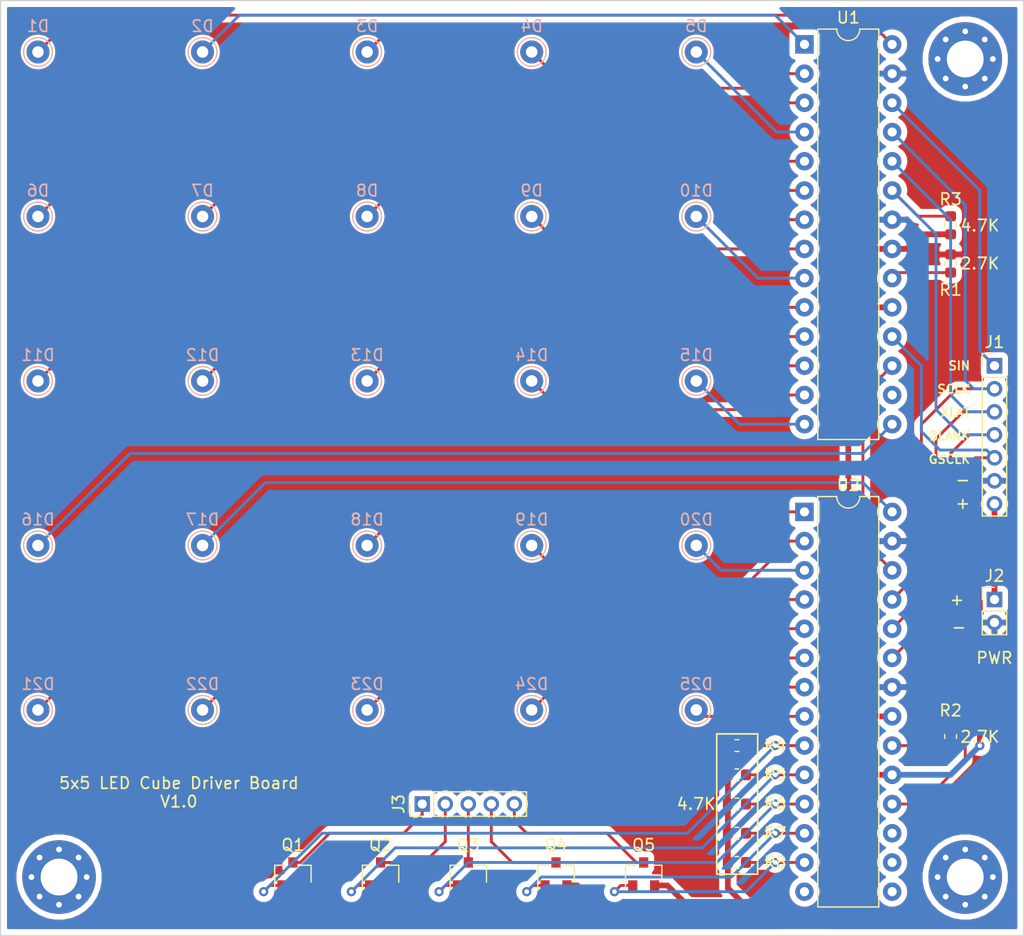
<source format=kicad_pcb>
(kicad_pcb (version 20171130) (host pcbnew "(5.1.4)-1")
  (title_block (title "5x5 LED Cube Driver Board"))
  (layers (0 F.Cu signal) (31 B.Cu signal) (34 B.Paste user) (35 F.Paste user) (36 B.SilkS user) (37 F.SilkS user) (38 B.Mask user) (39 F.Mask user) (44 Edge.Cuts user))
  (net 0 "")
  (net 1 +5V)
  (net 2 GND)
  (net 3 /Layer5)
  (net 4 /Layer4)
  (net 5 /Layer3)
  (net 6 /Layer2)
  (net 7 /Layer1)
  (net 8 /Layer1Gate)
  (net 9 /Layer2Gate)
  (net 10 /Layer3Gate)
  (net 11 /Layer4Gate)
  (net 12 /Layer5Gate)
  (net 13 /LED1)
  (net 14 /LED15)
  (net 15 /LED14)
  (net 16 /LED13)
  (net 17 /LED12)
  (net 18 /LED11)
  (net 19 /LED10)
  (net 20 /LED9)
  (net 21 /LED8)
  (net 22 /LED7)
  (net 23 /LED6)
  (net 24 /LED5)
  (net 25 /LED4)
  (net 26 /LED3)
  (net 27 /LED16)
  (net 28 /LED2)
  (net 29 /LED17)
  (net 30 /LED25)
  (net 31 /LED24)
  (net 32 /LED23)
  (net 33 /LED22)
  (net 34 /LED21)
  (net 35 /LED20)
  (net 36 /LED19)
  (net 37 /LED18)
  (net 38 /IREF1)
  (net 39 /IREF2)
  (net 40 /SOUT1)
  (net 41 "/ArduinoD13(SCLK)")
  (net 42 "/ArduinoD11(SIN)")
  (net 43 "/ArduinoD10(BLANK)")
  (net 44 "/ArduinoD9(XLAT)")
  (net 45 "/ArduinoD3(GSCLK)")
  (module Connector_PinHeader_2.00mm:PinHeader_1x05_P2.00mm_Vertical (layer F.Cu) (at 130.62 128.27 90)
    (fp_text reference J3 (at 0 -2.06 90) (layer F.SilkS))
    (fp_text value Layers)
    (pad 5 thru_hole oval (at 0 8 90) (size 1.35 1.35) (drill 0.8) (layers *.Cu *.Mask) (net 3 /Layer5))
    (pad 4 thru_hole oval (at 0 6 90) (size 1.35 1.35) (drill 0.8) (layers *.Cu *.Mask) (net 4 /Layer4))
    (pad 3 thru_hole oval (at 0 4 90) (size 1.35 1.35) (drill 0.8) (layers *.Cu *.Mask) (net 5 /Layer3))
    (pad 2 thru_hole oval (at 0 2 90) (size 1.35 1.35) (drill 0.8) (layers *.Cu *.Mask) (net 6 /Layer2))
    (pad 1 thru_hole rect (at 0 0 90) (size 1.35 1.35) (drill 0.8) (layers *.Cu *.Mask) (net 7 /Layer1))
  )
  (module Connector_PinHeader_2.00mm:PinHeader_1x02_P2.00mm_Vertical (layer F.Cu) (at 180.34 110.49)
    (fp_text reference J2 (at 0 -2.06) (layer F.SilkS))
    (fp_text value Power)
    (pad 2 thru_hole oval (at 0 2) (size 1.35 1.35) (drill 0.8) (layers *.Cu *.Mask) (net 2 GND))
    (pad 1 thru_hole rect (at 0 0) (size 1.35 1.35) (drill 0.8) (layers *.Cu *.Mask) (net 1 +5V))
  )
  (module Connector_PinHeader_2.00mm:PinHeader_1x07_P2.00mm_Vertical (layer F.Cu) (at 180.34 90.17)
    (fp_text reference J1 (at 0 -2.06) (layer F.SilkS))
    (fp_text value Arduino)
    (pad 7 thru_hole oval (at 0 12) (size 1.35 1.35) (drill 0.8) (layers *.Cu *.Mask) (net 1 +5V))
    (pad 6 thru_hole oval (at 0 10) (size 1.35 1.35) (drill 0.8) (layers *.Cu *.Mask) (net 2 GND))
    (pad 5 thru_hole oval (at 0 8) (size 1.35 1.35) (drill 0.8) (layers *.Cu *.Mask) (net 45 "/ArduinoD3(GSCLK)"))
    (pad 4 thru_hole oval (at 0 6) (size 1.35 1.35) (drill 0.8) (layers *.Cu *.Mask) (net 43 "/ArduinoD10(BLANK)"))
    (pad 3 thru_hole oval (at 0 4) (size 1.35 1.35) (drill 0.8) (layers *.Cu *.Mask) (net 44 "/ArduinoD9(XLAT)"))
    (pad 2 thru_hole oval (at 0 2) (size 1.35 1.35) (drill 0.8) (layers *.Cu *.Mask) (net 41 "/ArduinoD13(SCLK)"))
    (pad 1 thru_hole rect (at 0 0) (size 1.35 1.35) (drill 0.8) (layers *.Cu *.Mask) (net 42 "/ArduinoD11(SIN)"))
  )
  (module Resistor_SMD:R_0603_1608Metric (layer F.Cu) (at 157.9625 123.19)
    (fp_text reference R4 (at 3.3275 0) (layer F.SilkS))
    (fp_text value 4.7K)
    (pad 2 smd roundrect (at 0.7875 0) (size 0.875 0.95) (layers F.Cu F.Paste F.Mask) (net 8 /Layer1Gate))
    (pad 1 smd roundrect (at -0.7875 0) (size 0.875 0.95) (layers F.Cu F.Paste F.Mask) (net 1 +5V))
  )
  (module Resistor_SMD:R_0603_1608Metric (layer F.Cu) (at 157.9625 125.73)
    (fp_text reference R5 (at 3.3275 0) (layer F.SilkS))
    (fp_text value 4.7K)
    (pad 2 smd roundrect (at 0.7875 0) (size 0.875 0.95) (layers F.Cu F.Paste F.Mask) (net 9 /Layer2Gate))
    (pad 1 smd roundrect (at -0.7875 0) (size 0.875 0.95) (layers F.Cu F.Paste F.Mask) (net 1 +5V))
  )
  (module Resistor_SMD:R_0603_1608Metric (layer F.Cu) (at 157.9625 128.27)
    (fp_text reference R6 (at 3.3275 0) (layer F.SilkS))
    (fp_text value 4.7K)
    (pad 2 smd roundrect (at 0.7875 0) (size 0.875 0.95) (layers F.Cu F.Paste F.Mask) (net 10 /Layer3Gate))
    (pad 1 smd roundrect (at -0.7875 0) (size 0.875 0.95) (layers F.Cu F.Paste F.Mask) (net 1 +5V))
  )
  (module Resistor_SMD:R_0603_1608Metric (layer F.Cu) (at 157.9625 130.81)
    (fp_text reference R7 (at 3.3275 0) (layer F.SilkS))
    (fp_text value 4.7K)
    (pad 2 smd roundrect (at 0.7875 0) (size 0.875 0.95) (layers F.Cu F.Paste F.Mask) (net 11 /Layer4Gate))
    (pad 1 smd roundrect (at -0.7875 0) (size 0.875 0.95) (layers F.Cu F.Paste F.Mask) (net 1 +5V))
  )
  (module Resistor_SMD:R_0603_1608Metric (layer F.Cu) (at 157.9625 133.35)
    (fp_text reference R8 (at 3.3275 0) (layer F.SilkS))
    (fp_text value 4.7K)
    (pad 2 smd roundrect (at 0.7875 0) (size 0.875 0.95) (layers F.Cu F.Paste F.Mask) (net 12 /Layer5Gate))
    (pad 1 smd roundrect (at -0.7875 0) (size 0.875 0.95) (layers F.Cu F.Paste F.Mask) (net 1 +5V))
  )
  (module MountingHole:MountingHole_3.2mm_M3_Pad_Via (layer F.Cu) (at 177.8 134.62)
    (fp_text reference REF** hide)
    (fp_text value MountingHole_3.2mm_M3_Pad_Via)
    (pad 1 thru_hole circle (at 1.697056 -1.697056) (size 0.8 0.8) (drill 0.5) (layers *.Cu *.Mask))
    (pad 1 thru_hole circle (at 0 -2.4) (size 0.8 0.8) (drill 0.5) (layers *.Cu *.Mask))
    (pad 1 thru_hole circle (at -1.697056 -1.697056) (size 0.8 0.8) (drill 0.5) (layers *.Cu *.Mask))
    (pad 1 thru_hole circle (at -2.4 0) (size 0.8 0.8) (drill 0.5) (layers *.Cu *.Mask))
    (pad 1 thru_hole circle (at -1.697056 1.697056) (size 0.8 0.8) (drill 0.5) (layers *.Cu *.Mask))
    (pad 1 thru_hole circle (at 0 2.4) (size 0.8 0.8) (drill 0.5) (layers *.Cu *.Mask))
    (pad 1 thru_hole circle (at 1.697056 1.697056) (size 0.8 0.8) (drill 0.5) (layers *.Cu *.Mask))
    (pad 1 thru_hole circle (at 2.4 0) (size 0.8 0.8) (drill 0.5) (layers *.Cu *.Mask))
    (pad 1 thru_hole circle (at 0 0) (size 6.4 6.4) (drill 3.2) (layers *.Cu *.Mask))
  )
  (module MountingHole:MountingHole_3.2mm_M3_Pad_Via (layer F.Cu) (at 99.06 134.62)
    (fp_text reference REF** hide)
    (fp_text value MountingHole_3.2mm_M3_Pad_Via)
    (pad 1 thru_hole circle (at 1.697056 -1.697056) (size 0.8 0.8) (drill 0.5) (layers *.Cu *.Mask))
    (pad 1 thru_hole circle (at 0 -2.4) (size 0.8 0.8) (drill 0.5) (layers *.Cu *.Mask))
    (pad 1 thru_hole circle (at -1.697056 -1.697056) (size 0.8 0.8) (drill 0.5) (layers *.Cu *.Mask))
    (pad 1 thru_hole circle (at -2.4 0) (size 0.8 0.8) (drill 0.5) (layers *.Cu *.Mask))
    (pad 1 thru_hole circle (at -1.697056 1.697056) (size 0.8 0.8) (drill 0.5) (layers *.Cu *.Mask))
    (pad 1 thru_hole circle (at 0 2.4) (size 0.8 0.8) (drill 0.5) (layers *.Cu *.Mask))
    (pad 1 thru_hole circle (at 1.697056 1.697056) (size 0.8 0.8) (drill 0.5) (layers *.Cu *.Mask))
    (pad 1 thru_hole circle (at 2.4 0) (size 0.8 0.8) (drill 0.5) (layers *.Cu *.Mask))
    (pad 1 thru_hole circle (at 0 0) (size 6.4 6.4) (drill 3.2) (layers *.Cu *.Mask))
  )
  (module MountingHole:MountingHole_3.2mm_M3_Pad_Via (layer F.Cu) (at 177.8 63.5)
    (fp_text reference REF** hide)
    (fp_text value MountingHole_3.2mm_M3_Pad_Via)
    (pad 1 thru_hole circle (at 1.697056 -1.697056) (size 0.8 0.8) (drill 0.5) (layers *.Cu *.Mask))
    (pad 1 thru_hole circle (at 0 -2.4) (size 0.8 0.8) (drill 0.5) (layers *.Cu *.Mask))
    (pad 1 thru_hole circle (at -1.697056 -1.697056) (size 0.8 0.8) (drill 0.5) (layers *.Cu *.Mask))
    (pad 1 thru_hole circle (at -2.4 0) (size 0.8 0.8) (drill 0.5) (layers *.Cu *.Mask))
    (pad 1 thru_hole circle (at -1.697056 1.697056) (size 0.8 0.8) (drill 0.5) (layers *.Cu *.Mask))
    (pad 1 thru_hole circle (at 0 2.4) (size 0.8 0.8) (drill 0.5) (layers *.Cu *.Mask))
    (pad 1 thru_hole circle (at 1.697056 1.697056) (size 0.8 0.8) (drill 0.5) (layers *.Cu *.Mask))
    (pad 1 thru_hole circle (at 2.4 0) (size 0.8 0.8) (drill 0.5) (layers *.Cu *.Mask))
    (pad 1 thru_hole circle (at 0 0) (size 6.4 6.4) (drill 3.2) (layers *.Cu *.Mask))
  )
  (module Package_DIP:DIP-28_W7.62mm (layer F.Cu) (at 163.83 102.87)
    (fp_text reference U2 (at 3.81 -2.33) (layer F.SilkS))
    (fp_text value TLC5940NT)
    (pad 1 thru_hole rect (at 0 0) (size 1.6 1.6) (drill 0.8) (layers *.Cu *.Mask) (net 37 /LED18))
    (pad 15 thru_hole oval (at 7.62 33.02) (size 1.6 1.6) (drill 0.8) (layers *.Cu *.Mask))
    (pad 2 thru_hole oval (at 0 2.54) (size 1.6 1.6) (drill 0.8) (layers *.Cu *.Mask) (net 36 /LED19))
    (pad 16 thru_hole oval (at 7.62 30.48) (size 1.6 1.6) (drill 0.8) (layers *.Cu *.Mask))
    (pad 3 thru_hole oval (at 0 5.08) (size 1.6 1.6) (drill 0.8) (layers *.Cu *.Mask) (net 35 /LED20))
    (pad 17 thru_hole oval (at 7.62 27.94) (size 1.6 1.6) (drill 0.8) (layers *.Cu *.Mask))
    (pad 4 thru_hole oval (at 0 7.62) (size 1.6 1.6) (drill 0.8) (layers *.Cu *.Mask) (net 34 /LED21))
    (pad 18 thru_hole oval (at 7.62 25.4) (size 1.6 1.6) (drill 0.8) (layers *.Cu *.Mask) (net 45 "/ArduinoD3(GSCLK)"))
    (pad 5 thru_hole oval (at 0 10.16) (size 1.6 1.6) (drill 0.8) (layers *.Cu *.Mask) (net 33 /LED22))
    (pad 19 thru_hole oval (at 7.62 22.86) (size 1.6 1.6) (drill 0.8) (layers *.Cu *.Mask) (net 1 +5V))
    (pad 6 thru_hole oval (at 0 12.7) (size 1.6 1.6) (drill 0.8) (layers *.Cu *.Mask) (net 32 /LED23))
    (pad 20 thru_hole oval (at 7.62 20.32) (size 1.6 1.6) (drill 0.8) (layers *.Cu *.Mask) (net 39 /IREF2))
    (pad 7 thru_hole oval (at 0 15.24) (size 1.6 1.6) (drill 0.8) (layers *.Cu *.Mask) (net 31 /LED24))
    (pad 21 thru_hole oval (at 7.62 17.78) (size 1.6 1.6) (drill 0.8) (layers *.Cu *.Mask) (net 1 +5V))
    (pad 8 thru_hole oval (at 0 17.78) (size 1.6 1.6) (drill 0.8) (layers *.Cu *.Mask) (net 30 /LED25))
    (pad 22 thru_hole oval (at 7.62 15.24) (size 1.6 1.6) (drill 0.8) (layers *.Cu *.Mask) (net 2 GND))
    (pad 9 thru_hole oval (at 0 20.32) (size 1.6 1.6) (drill 0.8) (layers *.Cu *.Mask) (net 8 /Layer1Gate))
    (pad 23 thru_hole oval (at 7.62 12.7) (size 1.6 1.6) (drill 0.8) (layers *.Cu *.Mask) (net 43 "/ArduinoD10(BLANK)"))
    (pad 10 thru_hole oval (at 0 22.86) (size 1.6 1.6) (drill 0.8) (layers *.Cu *.Mask) (net 9 /Layer2Gate))
    (pad 24 thru_hole oval (at 7.62 10.16) (size 1.6 1.6) (drill 0.8) (layers *.Cu *.Mask) (net 44 "/ArduinoD9(XLAT)"))
    (pad 11 thru_hole oval (at 0 25.4) (size 1.6 1.6) (drill 0.8) (layers *.Cu *.Mask) (net 10 /Layer3Gate))
    (pad 25 thru_hole oval (at 7.62 7.62) (size 1.6 1.6) (drill 0.8) (layers *.Cu *.Mask) (net 41 "/ArduinoD13(SCLK)"))
    (pad 12 thru_hole oval (at 0 27.94) (size 1.6 1.6) (drill 0.8) (layers *.Cu *.Mask) (net 11 /Layer4Gate))
    (pad 26 thru_hole oval (at 7.62 5.08) (size 1.6 1.6) (drill 0.8) (layers *.Cu *.Mask) (net 40 /SOUT1))
    (pad 13 thru_hole oval (at 0 30.48) (size 1.6 1.6) (drill 0.8) (layers *.Cu *.Mask) (net 12 /Layer5Gate))
    (pad 27 thru_hole oval (at 7.62 2.54) (size 1.6 1.6) (drill 0.8) (layers *.Cu *.Mask) (net 2 GND))
    (pad 14 thru_hole oval (at 0 33.02) (size 1.6 1.6) (drill 0.8) (layers *.Cu *.Mask))
    (pad 28 thru_hole oval (at 7.62 0) (size 1.6 1.6) (drill 0.8) (layers *.Cu *.Mask) (net 29 /LED17))
  )
  (module Package_DIP:DIP-28_W7.62mm (layer F.Cu) (at 163.83 62.23)
    (fp_text reference U1 (at 3.81 -2.33) (layer F.SilkS))
    (fp_text value TLC5940NT)
    (pad 1 thru_hole rect (at 0 0) (size 1.6 1.6) (drill 0.8) (layers *.Cu *.Mask) (net 28 /LED2))
    (pad 15 thru_hole oval (at 7.62 33.02) (size 1.6 1.6) (drill 0.8) (layers *.Cu *.Mask) (net 27 /LED16))
    (pad 2 thru_hole oval (at 0 2.54) (size 1.6 1.6) (drill 0.8) (layers *.Cu *.Mask) (net 26 /LED3))
    (pad 16 thru_hole oval (at 7.62 30.48) (size 1.6 1.6) (drill 0.8) (layers *.Cu *.Mask))
    (pad 3 thru_hole oval (at 0 5.08) (size 1.6 1.6) (drill 0.8) (layers *.Cu *.Mask) (net 25 /LED4))
    (pad 17 thru_hole oval (at 7.62 27.94) (size 1.6 1.6) (drill 0.8) (layers *.Cu *.Mask) (net 40 /SOUT1))
    (pad 4 thru_hole oval (at 0 7.62) (size 1.6 1.6) (drill 0.8) (layers *.Cu *.Mask) (net 24 /LED5))
    (pad 18 thru_hole oval (at 7.62 25.4) (size 1.6 1.6) (drill 0.8) (layers *.Cu *.Mask) (net 45 "/ArduinoD3(GSCLK)"))
    (pad 5 thru_hole oval (at 0 10.16) (size 1.6 1.6) (drill 0.8) (layers *.Cu *.Mask) (net 23 /LED6))
    (pad 19 thru_hole oval (at 7.62 22.86) (size 1.6 1.6) (drill 0.8) (layers *.Cu *.Mask) (net 1 +5V))
    (pad 6 thru_hole oval (at 0 12.7) (size 1.6 1.6) (drill 0.8) (layers *.Cu *.Mask) (net 22 /LED7))
    (pad 20 thru_hole oval (at 7.62 20.32) (size 1.6 1.6) (drill 0.8) (layers *.Cu *.Mask) (net 38 /IREF1))
    (pad 7 thru_hole oval (at 0 15.24) (size 1.6 1.6) (drill 0.8) (layers *.Cu *.Mask) (net 21 /LED8))
    (pad 21 thru_hole oval (at 7.62 17.78) (size 1.6 1.6) (drill 0.8) (layers *.Cu *.Mask) (net 1 +5V))
    (pad 8 thru_hole oval (at 0 17.78) (size 1.6 1.6) (drill 0.8) (layers *.Cu *.Mask) (net 20 /LED9))
    (pad 22 thru_hole oval (at 7.62 15.24) (size 1.6 1.6) (drill 0.8) (layers *.Cu *.Mask) (net 2 GND))
    (pad 9 thru_hole oval (at 0 20.32) (size 1.6 1.6) (drill 0.8) (layers *.Cu *.Mask) (net 19 /LED10))
    (pad 23 thru_hole oval (at 7.62 12.7) (size 1.6 1.6) (drill 0.8) (layers *.Cu *.Mask) (net 43 "/ArduinoD10(BLANK)"))
    (pad 10 thru_hole oval (at 0 22.86) (size 1.6 1.6) (drill 0.8) (layers *.Cu *.Mask) (net 18 /LED11))
    (pad 24 thru_hole oval (at 7.62 10.16) (size 1.6 1.6) (drill 0.8) (layers *.Cu *.Mask) (net 44 "/ArduinoD9(XLAT)"))
    (pad 11 thru_hole oval (at 0 25.4) (size 1.6 1.6) (drill 0.8) (layers *.Cu *.Mask) (net 17 /LED12))
    (pad 25 thru_hole oval (at 7.62 7.62) (size 1.6 1.6) (drill 0.8) (layers *.Cu *.Mask) (net 41 "/ArduinoD13(SCLK)"))
    (pad 12 thru_hole oval (at 0 27.94) (size 1.6 1.6) (drill 0.8) (layers *.Cu *.Mask) (net 16 /LED13))
    (pad 26 thru_hole oval (at 7.62 5.08) (size 1.6 1.6) (drill 0.8) (layers *.Cu *.Mask) (net 42 "/ArduinoD11(SIN)"))
    (pad 13 thru_hole oval (at 0 30.48) (size 1.6 1.6) (drill 0.8) (layers *.Cu *.Mask) (net 15 /LED14))
    (pad 27 thru_hole oval (at 7.62 2.54) (size 1.6 1.6) (drill 0.8) (layers *.Cu *.Mask) (net 2 GND))
    (pad 14 thru_hole oval (at 0 33.02) (size 1.6 1.6) (drill 0.8) (layers *.Cu *.Mask) (net 14 /LED15))
    (pad 28 thru_hole oval (at 7.62 0) (size 1.6 1.6) (drill 0.8) (layers *.Cu *.Mask) (net 13 /LED1))
  )
  (module Connector_Pin:Pin_D1.0mm_L10.0mm (layer B.Cu) (at 140.13 120.09)
    (fp_text reference D24 (at 0 -2.25) (layer B.SilkS) (effects (justify mirror)))
    (fp_text value LED)
    (pad 1 thru_hole circle (at 0 0) (size 2 2) (drill 1) (layers *.Cu *.Mask) (net 31 /LED24))
  )
  (module Connector_Pin:Pin_D1.0mm_L10.0mm (layer B.Cu) (at 97.23 120.09)
    (fp_text reference D21 (at 0 -2.25) (layer B.SilkS) (effects (justify mirror)))
    (fp_text value LED)
    (pad 1 thru_hole circle (at 0 0) (size 2 2) (drill 1) (layers *.Cu *.Mask) (net 34 /LED21))
  )
  (module Connector_Pin:Pin_D1.0mm_L10.0mm (layer B.Cu) (at 154.43 120.09)
    (fp_text reference D25 (at 0 -2.25) (layer B.SilkS) (effects (justify mirror)))
    (fp_text value LED)
    (pad 1 thru_hole circle (at 0 0) (size 2 2) (drill 1) (layers *.Cu *.Mask) (net 30 /LED25))
  )
  (module Connector_Pin:Pin_D1.0mm_L10.0mm (layer B.Cu) (at 111.53 120.09)
    (fp_text reference D22 (at 0 -2.25) (layer B.SilkS) (effects (justify mirror)))
    (fp_text value LED)
    (pad 1 thru_hole circle (at 0 0) (size 2 2) (drill 1) (layers *.Cu *.Mask) (net 33 /LED22))
  )
  (module Connector_Pin:Pin_D1.0mm_L10.0mm (layer B.Cu) (at 125.83 120.09)
    (fp_text reference D23 (at 0 -2.25) (layer B.SilkS) (effects (justify mirror)))
    (fp_text value LED)
    (pad 1 thru_hole circle (at 0 0) (size 2 2) (drill 1) (layers *.Cu *.Mask) (net 32 /LED23))
  )
  (module Connector_Pin:Pin_D1.0mm_L10.0mm (layer B.Cu) (at 140.13 62.89)
    (fp_text reference D4 (at 0 -2.25) (layer B.SilkS) (effects (justify mirror)))
    (fp_text value LED)
    (pad 1 thru_hole circle (at 0 0) (size 2 2) (drill 1) (layers *.Cu *.Mask) (net 25 /LED4))
  )
  (module Connector_Pin:Pin_D1.0mm_L10.0mm (layer B.Cu) (at 97.23 105.79)
    (fp_text reference D16 (at 0 -2.25) (layer B.SilkS) (effects (justify mirror)))
    (fp_text value LED)
    (pad 1 thru_hole circle (at 0 0) (size 2 2) (drill 1) (layers *.Cu *.Mask) (net 27 /LED16))
  )
  (module Connector_Pin:Pin_D1.0mm_L10.0mm (layer B.Cu) (at 154.43 77.19)
    (fp_text reference D10 (at 0 -2.25) (layer B.SilkS) (effects (justify mirror)))
    (fp_text value LED)
    (pad 1 thru_hole circle (at 0 0) (size 2 2) (drill 1) (layers *.Cu *.Mask) (net 19 /LED10))
  )
  (module Connector_Pin:Pin_D1.0mm_L10.0mm (layer B.Cu) (at 125.83 62.89)
    (fp_text reference D3 (at 0 -2.25) (layer B.SilkS) (effects (justify mirror)))
    (fp_text value LED)
    (pad 1 thru_hole circle (at 0 0) (size 2 2) (drill 1) (layers *.Cu *.Mask) (net 26 /LED3))
  )
  (module Connector_Pin:Pin_D1.0mm_L10.0mm (layer B.Cu) (at 111.53 77.19)
    (fp_text reference D7 (at 0 -2.25) (layer B.SilkS) (effects (justify mirror)))
    (fp_text value LED)
    (pad 1 thru_hole circle (at 0 0) (size 2 2) (drill 1) (layers *.Cu *.Mask) (net 22 /LED7))
  )
  (module Connector_Pin:Pin_D1.0mm_L10.0mm (layer B.Cu) (at 125.83 105.79)
    (fp_text reference D18 (at 0 -2.25) (layer B.SilkS) (effects (justify mirror)))
    (fp_text value LED)
    (pad 1 thru_hole circle (at 0 0) (size 2 2) (drill 1) (layers *.Cu *.Mask) (net 37 /LED18))
  )
  (module Connector_Pin:Pin_D1.0mm_L10.0mm (layer B.Cu) (at 125.83 77.19)
    (fp_text reference D8 (at 0 -2.25) (layer B.SilkS) (effects (justify mirror)))
    (fp_text value LED)
    (pad 1 thru_hole circle (at 0 0) (size 2 2) (drill 1) (layers *.Cu *.Mask) (net 21 /LED8))
  )
  (module Connector_Pin:Pin_D1.0mm_L10.0mm (layer B.Cu) (at 111.53 105.79)
    (fp_text reference D17 (at 0 -2.25) (layer B.SilkS) (effects (justify mirror)))
    (fp_text value LED)
    (pad 1 thru_hole circle (at 0 0) (size 2 2) (drill 1) (layers *.Cu *.Mask) (net 29 /LED17))
  )
  (module Connector_Pin:Pin_D1.0mm_L10.0mm (layer B.Cu) (at 97.23 77.19)
    (fp_text reference D6 (at 0 -2.25) (layer B.SilkS) (effects (justify mirror)))
    (fp_text value LED)
    (pad 1 thru_hole circle (at 0 0) (size 2 2) (drill 1) (layers *.Cu *.Mask) (net 23 /LED6))
  )
  (module Connector_Pin:Pin_D1.0mm_L10.0mm (layer B.Cu) (at 154.43 105.79)
    (fp_text reference D20 (at 0 -2.25) (layer B.SilkS) (effects (justify mirror)))
    (fp_text value LED)
    (pad 1 thru_hole circle (at 0 0) (size 2 2) (drill 1) (layers *.Cu *.Mask) (net 35 /LED20))
  )
  (module Connector_Pin:Pin_D1.0mm_L10.0mm (layer B.Cu) (at 140.13 105.79)
    (fp_text reference D19 (at 0 -2.25) (layer B.SilkS) (effects (justify mirror)))
    (fp_text value LED)
    (pad 1 thru_hole circle (at 0 0) (size 2 2) (drill 1) (layers *.Cu *.Mask) (net 36 /LED19))
  )
  (module Connector_Pin:Pin_D1.0mm_L10.0mm (layer B.Cu) (at 140.13 91.49)
    (fp_text reference D14 (at 0 -2.25) (layer B.SilkS) (effects (justify mirror)))
    (fp_text value LED)
    (pad 1 thru_hole circle (at 0 0) (size 2 2) (drill 1) (layers *.Cu *.Mask) (net 15 /LED14))
  )
  (module Connector_Pin:Pin_D1.0mm_L10.0mm (layer B.Cu) (at 125.83 91.49)
    (fp_text reference D13 (at 0 -2.25) (layer B.SilkS) (effects (justify mirror)))
    (fp_text value LED)
    (pad 1 thru_hole circle (at 0 0) (size 2 2) (drill 1) (layers *.Cu *.Mask) (net 16 /LED13))
  )
  (module Connector_Pin:Pin_D1.0mm_L10.0mm (layer B.Cu) (at 111.53 91.49)
    (fp_text reference D12 (at 0 -2.25) (layer B.SilkS) (effects (justify mirror)))
    (fp_text value LED)
    (pad 1 thru_hole circle (at 0 0) (size 2 2) (drill 1) (layers *.Cu *.Mask) (net 17 /LED12))
  )
  (module Connector_Pin:Pin_D1.0mm_L10.0mm (layer B.Cu) (at 97.23 91.49)
    (fp_text reference D11 (at 0 -2.25) (layer B.SilkS) (effects (justify mirror)))
    (fp_text value LED)
    (pad 1 thru_hole circle (at 0 0) (size 2 2) (drill 1) (layers *.Cu *.Mask) (net 18 /LED11))
  )
  (module Connector_Pin:Pin_D1.0mm_L10.0mm (layer B.Cu) (at 140.13 77.19)
    (fp_text reference D9 (at 0 -2.25) (layer B.SilkS) (effects (justify mirror)))
    (fp_text value LED)
    (pad 1 thru_hole circle (at 0 0) (size 2 2) (drill 1) (layers *.Cu *.Mask) (net 20 /LED9))
  )
  (module Connector_Pin:Pin_D1.0mm_L10.0mm (layer B.Cu) (at 154.43 91.49)
    (fp_text reference D15 (at 0 -2.25) (layer B.SilkS) (effects (justify mirror)))
    (fp_text value LED)
    (pad 1 thru_hole circle (at 0 0) (size 2 2) (drill 1) (layers *.Cu *.Mask) (net 14 /LED15))
  )
  (module Connector_Pin:Pin_D1.0mm_L10.0mm (layer B.Cu) (at 154.43 62.89)
    (fp_text reference D5 (at 0 -2.25) (layer B.SilkS) (effects (justify mirror)))
    (fp_text value LED)
    (pad 1 thru_hole circle (at 0 0) (size 2 2) (drill 1) (layers *.Cu *.Mask) (net 24 /LED5))
  )
  (module Connector_Pin:Pin_D1.0mm_L10.0mm (layer B.Cu) (at 111.53 62.89)
    (fp_text reference D2 (at 0 -2.25) (layer B.SilkS) (effects (justify mirror)))
    (fp_text value LED)
    (pad 1 thru_hole circle (at 0 0) (size 2 2) (drill 1) (layers *.Cu *.Mask) (net 28 /LED2))
  )
  (module Connector_Pin:Pin_D1.0mm_L10.0mm (layer B.Cu) (at 97.23 62.89)
    (fp_text reference D1 (at 0 -2.25) (layer B.SilkS) (effects (justify mirror)))
    (fp_text value LED)
    (pad 1 thru_hole circle (at 0 0) (size 2 2) (drill 1) (layers *.Cu *.Mask) (net 13 /LED1))
  )
  (module Resistor_SMD:R_0603_1608Metric (layer F.Cu) (at 176.53 122.4025 90)
    (fp_text reference R2 (at 2.2605 0 180) (layer F.SilkS))
    (fp_text value 2.7K)
    (pad 2 smd roundrect (at 0.7875 0 90) (size 0.875 0.95) (layers F.Cu F.Paste F.Mask) (net 2 GND))
    (pad 1 smd roundrect (at -0.7875 0 90) (size 0.875 0.95) (layers F.Cu F.Paste F.Mask) (net 39 /IREF2))
  )
  (module Resistor_SMD:R_0603_1608Metric (layer F.Cu) (at 176.53 77.9525 270)
    (fp_text reference R3 (at -2.2605 0 180) (layer F.SilkS))
    (fp_text value 4.7K)
    (pad 2 smd roundrect (at 0.7875 0 270) (size 0.875 0.95) (layers F.Cu F.Paste F.Mask) (net 1 +5V))
    (pad 1 smd roundrect (at -0.7875 0 270) (size 0.875 0.95) (layers F.Cu F.Paste F.Mask) (net 43 "/ArduinoD10(BLANK)"))
  )
  (module Resistor_SMD:R_0603_1608Metric (layer F.Cu) (at 176.53 81.28 90)
    (fp_text reference R1 (at -2.286 0 180) (layer F.SilkS))
    (fp_text value 2.7K)
    (pad 2 smd roundrect (at 0.7875 0 90) (size 0.875 0.95) (layers F.Cu F.Paste F.Mask) (net 2 GND))
    (pad 1 smd roundrect (at -0.7875 0 90) (size 0.875 0.95) (layers F.Cu F.Paste F.Mask) (net 38 /IREF1))
  )
  (module Package_TO_SOT_SMD:SOT-23 (layer F.Cu) (at 149.86 134.35 90)
    (fp_text reference Q5 (at 2.524 0 180) (layer F.SilkS))
    (fp_text value DMG2305UX)
    (pad 3 smd rect (at 1 0 90) (size 0.9 0.8) (layers F.Cu F.Paste F.Mask) (net 3 /Layer5))
    (pad 2 smd rect (at -1 0.95 90) (size 0.9 0.8) (layers F.Cu F.Paste F.Mask) (net 1 +5V))
    (pad 1 smd rect (at -1 -0.95 90) (size 0.9 0.8) (layers F.Cu F.Paste F.Mask) (net 12 /Layer5Gate))
  )
  (module Package_TO_SOT_SMD:SOT-23 (layer F.Cu) (at 142.24 134.35 90)
    (fp_text reference Q4 (at 2.524 0 180) (layer F.SilkS))
    (fp_text value DMG2305UX)
    (pad 3 smd rect (at 1 0 90) (size 0.9 0.8) (layers F.Cu F.Paste F.Mask) (net 4 /Layer4))
    (pad 2 smd rect (at -1 0.95 90) (size 0.9 0.8) (layers F.Cu F.Paste F.Mask) (net 1 +5V))
    (pad 1 smd rect (at -1 -0.95 90) (size 0.9 0.8) (layers F.Cu F.Paste F.Mask) (net 11 /Layer4Gate))
  )
  (module Package_TO_SOT_SMD:SOT-23 (layer F.Cu) (at 134.62 134.35 90)
    (fp_text reference Q3 (at 2.524 0 180) (layer F.SilkS))
    (fp_text value DMG2305UX)
    (pad 3 smd rect (at 1 0 90) (size 0.9 0.8) (layers F.Cu F.Paste F.Mask) (net 5 /Layer3))
    (pad 2 smd rect (at -1 0.95 90) (size 0.9 0.8) (layers F.Cu F.Paste F.Mask) (net 1 +5V))
    (pad 1 smd rect (at -1 -0.95 90) (size 0.9 0.8) (layers F.Cu F.Paste F.Mask) (net 10 /Layer3Gate))
  )
  (module Package_TO_SOT_SMD:SOT-23 (layer F.Cu) (at 127 134.35 90)
    (fp_text reference Q2 (at 2.524 0 180) (layer F.SilkS))
    (fp_text value DMG2305UX)
    (pad 3 smd rect (at 1 0 90) (size 0.9 0.8) (layers F.Cu F.Paste F.Mask) (net 6 /Layer2))
    (pad 2 smd rect (at -1 0.95 90) (size 0.9 0.8) (layers F.Cu F.Paste F.Mask) (net 1 +5V))
    (pad 1 smd rect (at -1 -0.95 90) (size 0.9 0.8) (layers F.Cu F.Paste F.Mask) (net 9 /Layer2Gate))
  )
  (module Package_TO_SOT_SMD:SOT-23 (layer F.Cu) (at 119.38 134.35 90)
    (fp_text reference Q1 (at 2.524 0 180) (layer F.SilkS))
    (fp_text value DMG2305UX)
    (pad 3 smd rect (at 1 0 90) (size 0.9 0.8) (layers F.Cu F.Paste F.Mask) (net 7 /Layer1))
    (pad 2 smd rect (at -1 0.95 90) (size 0.9 0.8) (layers F.Cu F.Paste F.Mask) (net 1 +5V))
    (pad 1 smd rect (at -1 -0.95 90) (size 0.9 0.8) (layers F.Cu F.Paste F.Mask) (net 8 /Layer1Gate))
  )
  (gr_line (start 159.766 122.174) (end 156.21 122.174) (layer F.SilkS) (width 0.15))
  (gr_line (start 159.766 134.366) (end 159.766 122.174) (layer F.SilkS) (width 0.15))
  (gr_line (start 156.21 134.366) (end 159.766 134.366) (layer F.SilkS) (width 0.15))
  (gr_line (start 156.21 122.174) (end 156.21 134.366) (layer F.SilkS) (width 0.15))
  (gr_text 4.7K (at 179.07 77.978) (layer F.SilkS) (effects (font (size 1 1))))
  (gr_text 2.7K (at 179.07 81.28) (layer F.SilkS) (effects (font (size 1 1))))
  (gr_text 2.7K (at 179.07 122.428) (layer F.SilkS) (effects (font (size 1 1))))
  (gr_text 4.7K (at 156.21 128.27) (layer F.SilkS) (effects (font (size 1 1)) (justify right)))
  (gr_text "5x5 LED Cube Driver Board\nV1.0" (at 109.474 127.254) (layer F.SilkS) (effects (font (size 1 1))))
  (gr_text + (at 178.308 102.108) (layer F.SilkS) (effects (font (size 1 1)) (justify right)))
  (gr_text - (at 178.308 100.076) (layer F.SilkS) (effects (font (size 1 1)) (justify right)))
  (gr_text GSCLK (at 178.308 98.298) (layer F.SilkS) (effects (font (size 0.75 0.75)) (justify right)))
  (gr_text BLANK (at 178.308 96.266) (layer F.SilkS) (effects (font (size 0.75 0.75)) (justify right)))
  (gr_text XLAT (at 178.308 94.234) (layer F.SilkS) (effects (font (size 0.75 0.75)) (justify right)))
  (gr_text SCLK (at 178.308 92.202) (layer F.SilkS) (effects (font (size 0.75 0.75)) (justify right)))
  (gr_text SIN (at 178.308 90.17) (layer F.SilkS) (effects (font (size 0.75 0.75)) (justify right)))
  (gr_text PWR (at 180.34 115.57) (layer F.SilkS) (effects (font (size 1 1))))
  (gr_text - (at 176.53 113.03 180) (layer F.SilkS) (effects (font (size 1 1)) (justify right)))
  (gr_text + (at 177.8 110.49) (layer F.SilkS) (effects (font (size 1 1)) (justify right)))
  (gr_line (start 182.88 58.42) (end 182.88 139.7) (layer Edge.Cuts) (width 0.1))
  (gr_line (start 93.98 58.42) (end 182.88 58.42) (layer Edge.Cuts) (width 0.1))
  (gr_line (start 93.98 139.7) (end 93.98 58.42) (layer Edge.Cuts) (width 0.1))
  (gr_line (start 182.88 139.7) (end 93.98 139.7) (layer Edge.Cuts) (width 0.1))
  (segment (start 171.45 125.73) (end 176.53 125.73) (width 0.5) (layer B.Cu) (net 1))
  (segment (start 176.53 125.73) (end 179.07 123.19) (width 0.5) (layer B.Cu) (net 1))
  (segment (start 179.07 123.19) (end 179.07 123.19) (width 0.5) (layer F.Cu) (net 1))
  (via (at 179.07 123.19) (size 0.8) (drill 0.4) (layers F.Cu B.Cu) (net 1))
  (segment (start 176.53 78.74) (end 173.99 78.74) (width 0.5) (layer F.Cu) (net 1))
  (segment (start 173.99 78.74) (end 172.72 80.01) (width 0.5) (layer F.Cu) (net 1))
  (segment (start 172.72 80.01) (end 171.45 80.01) (width 0.5) (layer F.Cu) (net 1))
  (segment (start 167.64 88.9) (end 167.64 116.84) (width 0.5) (layer F.Cu) (net 1))
  (segment (start 151.92 135.35) (end 150.81 135.35) (width 0.5) (layer F.Cu) (net 1))
  (segment (start 153.7 137.13) (end 151.92 135.35) (width 0.5) (layer F.Cu) (net 1))
  (segment (start 144.09 135.35) (end 143.19 135.35) (width 0.5) (layer F.Cu) (net 1))
  (segment (start 145.87 137.13) (end 144.09 135.35) (width 0.5) (layer F.Cu) (net 1))
  (segment (start 153.7 137.13) (end 145.87 137.13) (width 0.5) (layer F.Cu) (net 1))
  (segment (start 136.47 135.35) (end 135.57 135.35) (width 0.5) (layer F.Cu) (net 1))
  (segment (start 138.25 137.13) (end 136.47 135.35) (width 0.5) (layer F.Cu) (net 1))
  (segment (start 145.87 137.13) (end 138.25 137.13) (width 0.5) (layer F.Cu) (net 1))
  (segment (start 128.85 135.35) (end 127.95 135.35) (width 0.5) (layer F.Cu) (net 1))
  (segment (start 130.63 137.13) (end 128.85 135.35) (width 0.5) (layer F.Cu) (net 1))
  (segment (start 138.25 137.13) (end 130.63 137.13) (width 0.5) (layer F.Cu) (net 1))
  (segment (start 121.23 135.35) (end 120.33 135.35) (width 0.5) (layer F.Cu) (net 1))
  (segment (start 123.01 137.13) (end 121.23 135.35) (width 0.5) (layer F.Cu) (net 1))
  (segment (start 130.63 137.13) (end 123.01 137.13) (width 0.5) (layer F.Cu) (net 1))
  (segment (start 171.45 80.01) (end 170.18 80.01) (width 0.5) (layer F.Cu) (net 1))
  (segment (start 167.64 82.55) (end 167.64 86.36) (width 0.5) (layer F.Cu) (net 1))
  (segment (start 170.18 80.01) (end 167.64 82.55) (width 0.5) (layer F.Cu) (net 1))
  (segment (start 167.64 86.36) (end 167.64 83.82) (width 0.5) (layer F.Cu) (net 1))
  (segment (start 170.18 85.09) (end 167.64 87.63) (width 0.5) (layer F.Cu) (net 1))
  (segment (start 171.45 85.09) (end 170.18 85.09) (width 0.5) (layer F.Cu) (net 1))
  (segment (start 167.64 88.9) (end 167.64 87.63) (width 0.5) (layer F.Cu) (net 1))
  (segment (start 167.64 87.63) (end 167.64 86.36) (width 0.5) (layer F.Cu) (net 1))
  (segment (start 170.18 120.65) (end 167.64 118.11) (width 0.5) (layer F.Cu) (net 1))
  (segment (start 171.45 120.65) (end 170.18 120.65) (width 0.5) (layer F.Cu) (net 1))
  (segment (start 167.64 116.84) (end 167.64 118.11) (width 0.5) (layer F.Cu) (net 1))
  (segment (start 167.64 118.11) (end 167.64 121.92) (width 0.5) (layer F.Cu) (net 1))
  (segment (start 170.18 125.73) (end 167.64 123.19) (width 0.5) (layer F.Cu) (net 1))
  (segment (start 171.45 125.73) (end 170.18 125.73) (width 0.5) (layer F.Cu) (net 1))
  (segment (start 167.64 121.92) (end 167.64 123.19) (width 0.5) (layer F.Cu) (net 1))
  (segment (start 154.94 137.13) (end 153.7 137.13) (width 0.5) (layer F.Cu) (net 1))
  (segment (start 162.56 138.43) (end 161.26 137.13) (width 0.5) (layer F.Cu) (net 1))
  (segment (start 165.1 138.43) (end 162.56 138.43) (width 0.5) (layer F.Cu) (net 1))
  (segment (start 167.64 123.19) (end 167.64 135.89) (width 0.5) (layer F.Cu) (net 1))
  (segment (start 167.64 135.89) (end 165.1 138.43) (width 0.5) (layer F.Cu) (net 1))
  (segment (start 157.175 135.585) (end 158.72 137.13) (width 0.5) (layer F.Cu) (net 1))
  (segment (start 157.175 123.19) (end 157.175 135.585) (width 0.5) (layer F.Cu) (net 1))
  (segment (start 161.26 137.13) (end 158.72 137.13) (width 0.5) (layer F.Cu) (net 1))
  (segment (start 158.72 137.13) (end 154.94 137.13) (width 0.5) (layer F.Cu) (net 1))
  (segment (start 180.34 105.41) (end 180.34 106.68) (width 0.5) (layer F.Cu) (net 1))
  (segment (start 180.34 105.41) (end 180.34 102.17) (width 0.5) (layer F.Cu) (net 1))
  (segment (start 180.34 110.49) (end 180.34 105.41) (width 0.5) (layer F.Cu) (net 1))
  (segment (start 179.07 107.95) (end 179.07 123.19) (width 0.5) (layer F.Cu) (net 1))
  (segment (start 180.34 106.68) (end 179.07 107.95) (width 0.5) (layer F.Cu) (net 1))
  (segment (start 149.21 133.35) (end 146.67 130.81) (width 0.25) (layer F.Cu) (net 3))
  (segment (start 149.86 133.35) (end 149.21 133.35) (width 0.25) (layer F.Cu) (net 3))
  (segment (start 138.62 129.73) (end 139.7 130.81) (width 0.25) (layer F.Cu) (net 3))
  (segment (start 138.62 128.27) (end 138.62 129.73) (width 0.25) (layer F.Cu) (net 3))
  (segment (start 139.7 130.81) (end 146.67 130.81) (width 0.25) (layer F.Cu) (net 3))
  (segment (start 138.43 133.35) (end 142.24 133.35) (width 0.25) (layer F.Cu) (net 4))
  (segment (start 136.62 128.27) (end 136.62 131.54) (width 0.25) (layer F.Cu) (net 4))
  (segment (start 136.62 131.54) (end 138.43 133.35) (width 0.25) (layer F.Cu) (net 4))
  (segment (start 134.62 133.35) (end 134.62 128.27) (width 0.25) (layer F.Cu) (net 5))
  (segment (start 130.81 133.35) (end 127 133.35) (width 0.25) (layer F.Cu) (net 6))
  (segment (start 132.62 128.27) (end 132.62 131.54) (width 0.25) (layer F.Cu) (net 6))
  (segment (start 132.62 131.54) (end 130.81 133.35) (width 0.25) (layer F.Cu) (net 6))
  (segment (start 120.03 133.35) (end 119.38 133.35) (width 0.25) (layer F.Cu) (net 7))
  (segment (start 122.57 130.81) (end 120.03 133.35) (width 0.25) (layer F.Cu) (net 7))
  (segment (start 129.005 130.81) (end 128.27 130.81) (width 0.25) (layer F.Cu) (net 7))
  (segment (start 130.62 129.195) (end 129.005 130.81) (width 0.25) (layer F.Cu) (net 7))
  (segment (start 130.62 128.27) (end 130.62 129.195) (width 0.25) (layer F.Cu) (net 7))
  (segment (start 128.27 130.81) (end 122.57 130.81) (width 0.25) (layer F.Cu) (net 7))
  (segment (start 118.43 135.35) (end 117.38 135.35) (width 0.25) (layer F.Cu) (net 8))
  (segment (start 117.38 135.35) (end 116.84 135.89) (width 0.25) (layer F.Cu) (net 8))
  (segment (start 116.84 135.89) (end 116.84 135.89) (width 0.25) (layer F.Cu) (net 8))
  (via (at 116.84 135.89) (size 0.8) (drill 0.4) (layers F.Cu B.Cu) (net 8))
  (segment (start 163.83 123.19) (end 161.29 123.19) (width 0.25) (layer F.Cu) (net 8))
  (segment (start 161.29 123.19) (end 158.75 123.19) (width 0.25) (layer F.Cu) (net 8))
  (via (at 161.29 123.19) (size 0.8) (drill 0.4) (layers F.Cu B.Cu) (net 8))
  (segment (start 153.67 130.81) (end 161.29 123.19) (width 0.25) (layer B.Cu) (net 8))
  (segment (start 116.84 135.89) (end 121.92 130.81) (width 0.25) (layer B.Cu) (net 8))
  (segment (start 121.92 130.81) (end 153.67 130.81) (width 0.25) (layer B.Cu) (net 8))
  (segment (start 126.05 135.35) (end 125 135.35) (width 0.25) (layer F.Cu) (net 9))
  (segment (start 125 135.35) (end 124.46 135.89) (width 0.25) (layer F.Cu) (net 9))
  (segment (start 124.46 135.89) (end 124.46 135.89) (width 0.25) (layer F.Cu) (net 9))
  (via (at 124.46 135.89) (size 0.8) (drill 0.4) (layers F.Cu B.Cu) (net 9))
  (segment (start 163.83 125.73) (end 161.29 125.73) (width 0.25) (layer F.Cu) (net 9))
  (segment (start 161.29 125.73) (end 158.75 125.73) (width 0.25) (layer F.Cu) (net 9))
  (via (at 161.29 125.73) (size 0.8) (drill 0.4) (layers F.Cu B.Cu) (net 9))
  (segment (start 154.94 132.08) (end 161.29 125.73) (width 0.25) (layer B.Cu) (net 9))
  (segment (start 124.46 135.89) (end 128.27 132.08) (width 0.25) (layer B.Cu) (net 9))
  (segment (start 128.27 132.08) (end 154.94 132.08) (width 0.25) (layer B.Cu) (net 9))
  (segment (start 133.67 135.35) (end 132.62 135.35) (width 0.25) (layer F.Cu) (net 10))
  (segment (start 132.62 135.35) (end 132.08 135.89) (width 0.25) (layer F.Cu) (net 10))
  (segment (start 132.08 135.89) (end 132.08 135.89) (width 0.25) (layer F.Cu) (net 10))
  (via (at 132.08 135.89) (size 0.8) (drill 0.4) (layers F.Cu B.Cu) (net 10))
  (segment (start 163.83 128.27) (end 161.29 128.27) (width 0.25) (layer F.Cu) (net 10))
  (segment (start 161.29 128.27) (end 158.75 128.27) (width 0.25) (layer F.Cu) (net 10))
  (via (at 161.29 128.27) (size 0.8) (drill 0.4) (layers F.Cu B.Cu) (net 10))
  (segment (start 156.21 133.35) (end 161.29 128.27) (width 0.25) (layer B.Cu) (net 10))
  (segment (start 132.08 135.89) (end 134.62 133.35) (width 0.25) (layer B.Cu) (net 10))
  (segment (start 134.62 133.35) (end 156.21 133.35) (width 0.25) (layer B.Cu) (net 10))
  (segment (start 141.29 135.35) (end 140.24 135.35) (width 0.25) (layer F.Cu) (net 11))
  (segment (start 140.24 135.35) (end 139.7 135.89) (width 0.25) (layer F.Cu) (net 11))
  (segment (start 139.7 135.89) (end 139.7 135.89) (width 0.25) (layer F.Cu) (net 11))
  (via (at 139.7 135.89) (size 0.8) (drill 0.4) (layers F.Cu B.Cu) (net 11))
  (segment (start 163.83 130.81) (end 161.29 130.81) (width 0.25) (layer F.Cu) (net 11))
  (segment (start 161.29 130.81) (end 158.75 130.81) (width 0.25) (layer F.Cu) (net 11))
  (via (at 161.29 130.81) (size 0.8) (drill 0.4) (layers F.Cu B.Cu) (net 11))
  (segment (start 157.48 134.62) (end 161.29 130.81) (width 0.25) (layer B.Cu) (net 11))
  (segment (start 139.7 135.89) (end 140.97 134.62) (width 0.25) (layer B.Cu) (net 11))
  (segment (start 140.97 134.62) (end 157.48 134.62) (width 0.25) (layer B.Cu) (net 11))
  (segment (start 148.91 135.35) (end 147.86 135.35) (width 0.25) (layer F.Cu) (net 12))
  (segment (start 147.86 135.35) (end 147.32 135.89) (width 0.25) (layer F.Cu) (net 12))
  (segment (start 147.32 135.89) (end 147.32 135.89) (width 0.25) (layer F.Cu) (net 12))
  (via (at 147.32 135.89) (size 0.8) (drill 0.4) (layers F.Cu B.Cu) (net 12))
  (segment (start 163.83 133.35) (end 161.29 133.35) (width 0.25) (layer F.Cu) (net 12))
  (segment (start 161.29 133.35) (end 158.75 133.35) (width 0.25) (layer F.Cu) (net 12))
  (via (at 161.29 133.35) (size 0.8) (drill 0.4) (layers F.Cu B.Cu) (net 12))
  (segment (start 158.75 135.89) (end 161.29 133.35) (width 0.25) (layer B.Cu) (net 12))
  (segment (start 147.32 135.89) (end 158.75 135.89) (width 0.25) (layer B.Cu) (net 12))
  (segment (start 171.45 62.23) (end 168.91 59.69) (width 0.25) (layer F.Cu) (net 13))
  (segment (start 100.43 59.69) (end 97.23 62.89) (width 0.25) (layer F.Cu) (net 13))
  (segment (start 168.91 59.69) (end 100.43 59.69) (width 0.25) (layer F.Cu) (net 13))
  (segment (start 158.19 95.25) (end 154.43 91.49) (width 0.25) (layer B.Cu) (net 14))
  (segment (start 163.83 95.25) (end 158.19 95.25) (width 0.25) (layer B.Cu) (net 14))
  (segment (start 163.83 92.71) (end 162.56 92.71) (width 0.25) (layer F.Cu) (net 15))
  (segment (start 162.56 92.71) (end 161.29 93.98) (width 0.25) (layer F.Cu) (net 15))
  (segment (start 142.62 93.98) (end 140.13 91.49) (width 0.25) (layer F.Cu) (net 15))
  (segment (start 161.29 93.98) (end 142.62 93.98) (width 0.25) (layer F.Cu) (net 15))
  (segment (start 163.83 90.17) (end 162.56 90.17) (width 0.25) (layer F.Cu) (net 16))
  (segment (start 162.56 90.17) (end 161.29 88.9) (width 0.25) (layer F.Cu) (net 16))
  (segment (start 128.42 88.9) (end 125.83 91.49) (width 0.25) (layer F.Cu) (net 16))
  (segment (start 161.29 88.9) (end 128.42 88.9) (width 0.25) (layer F.Cu) (net 16))
  (segment (start 115.39 87.63) (end 111.53 91.49) (width 0.25) (layer F.Cu) (net 17))
  (segment (start 163.83 87.63) (end 115.39 87.63) (width 0.25) (layer F.Cu) (net 17))
  (segment (start 103.63 85.09) (end 97.23 91.49) (width 0.25) (layer F.Cu) (net 18))
  (segment (start 163.83 85.09) (end 103.63 85.09) (width 0.25) (layer F.Cu) (net 18))
  (segment (start 159.79 82.55) (end 154.43 77.19) (width 0.25) (layer B.Cu) (net 19))
  (segment (start 163.83 82.55) (end 159.79 82.55) (width 0.25) (layer B.Cu) (net 19))
  (segment (start 142.95 80.01) (end 140.13 77.19) (width 0.25) (layer F.Cu) (net 20))
  (segment (start 163.83 80.01) (end 142.95 80.01) (width 0.25) (layer F.Cu) (net 20))
  (segment (start 163.83 77.47) (end 162.56 77.47) (width 0.25) (layer F.Cu) (net 21))
  (segment (start 162.56 77.47) (end 160.02 74.93) (width 0.25) (layer F.Cu) (net 21))
  (segment (start 128.09 74.93) (end 125.83 77.19) (width 0.25) (layer F.Cu) (net 21))
  (segment (start 160.02 74.93) (end 128.09 74.93) (width 0.25) (layer F.Cu) (net 21))
  (segment (start 163.83 74.93) (end 162.56 74.93) (width 0.25) (layer F.Cu) (net 22))
  (segment (start 162.56 74.93) (end 161.29 73.66) (width 0.25) (layer F.Cu) (net 22))
  (segment (start 115.06 73.66) (end 111.53 77.19) (width 0.25) (layer F.Cu) (net 22))
  (segment (start 161.29 73.66) (end 115.06 73.66) (width 0.25) (layer F.Cu) (net 22))
  (segment (start 102.03 72.39) (end 97.23 77.19) (width 0.25) (layer F.Cu) (net 23))
  (segment (start 163.83 72.39) (end 102.03 72.39) (width 0.25) (layer F.Cu) (net 23))
  (segment (start 161.39 69.85) (end 154.43 62.89) (width 0.25) (layer B.Cu) (net 24))
  (segment (start 163.83 69.85) (end 161.39 69.85) (width 0.25) (layer B.Cu) (net 24))
  (segment (start 163.83 67.31) (end 162.56 67.31) (width 0.25) (layer F.Cu) (net 25))
  (segment (start 162.56 67.31) (end 161.29 66.04) (width 0.25) (layer F.Cu) (net 25))
  (segment (start 143.28 66.04) (end 140.13 62.89) (width 0.25) (layer F.Cu) (net 25))
  (segment (start 161.29 66.04) (end 143.28 66.04) (width 0.25) (layer F.Cu) (net 25))
  (segment (start 163.83 64.77) (end 162.56 64.77) (width 0.25) (layer F.Cu) (net 26))
  (segment (start 162.56 64.77) (end 158.75 60.96) (width 0.25) (layer F.Cu) (net 26))
  (segment (start 127.76 60.96) (end 125.83 62.89) (width 0.25) (layer F.Cu) (net 26))
  (segment (start 158.75 60.96) (end 127.76 60.96) (width 0.25) (layer F.Cu) (net 26))
  (segment (start 171.45 95.25) (end 168.91 97.79) (width 0.25) (layer B.Cu) (net 27))
  (segment (start 105.23 97.79) (end 97.23 105.79) (width 0.25) (layer B.Cu) (net 27))
  (segment (start 168.91 97.79) (end 105.23 97.79) (width 0.25) (layer B.Cu) (net 27))
  (segment (start 163.83 62.23) (end 161.29 59.69) (width 0.25) (layer B.Cu) (net 28))
  (segment (start 114.73 59.69) (end 111.53 62.89) (width 0.25) (layer B.Cu) (net 28))
  (segment (start 161.29 59.69) (end 114.73 59.69) (width 0.25) (layer B.Cu) (net 28))
  (segment (start 171.45 102.87) (end 168.91 100.33) (width 0.25) (layer B.Cu) (net 29))
  (segment (start 116.99 100.33) (end 111.53 105.79) (width 0.25) (layer B.Cu) (net 29))
  (segment (start 168.91 100.33) (end 116.99 100.33) (width 0.25) (layer B.Cu) (net 29))
  (segment (start 154.99 120.65) (end 154.43 120.09) (width 0.25) (layer F.Cu) (net 30))
  (segment (start 163.83 120.65) (end 154.99 120.65) (width 0.25) (layer F.Cu) (net 30))
  (segment (start 163.83 118.11) (end 162.56 118.11) (width 0.25) (layer F.Cu) (net 31))
  (segment (start 162.56 118.11) (end 161.29 116.84) (width 0.25) (layer F.Cu) (net 31))
  (segment (start 143.38 116.84) (end 140.13 120.09) (width 0.25) (layer F.Cu) (net 31))
  (segment (start 161.29 116.84) (end 143.38 116.84) (width 0.25) (layer F.Cu) (net 31))
  (segment (start 130.35 115.57) (end 125.83 120.09) (width 0.25) (layer F.Cu) (net 32))
  (segment (start 163.83 115.57) (end 130.35 115.57) (width 0.25) (layer F.Cu) (net 32))
  (segment (start 118.59 113.03) (end 111.53 120.09) (width 0.25) (layer F.Cu) (net 33))
  (segment (start 163.83 113.03) (end 118.59 113.03) (width 0.25) (layer F.Cu) (net 33))
  (segment (start 106.83 110.49) (end 97.23 120.09) (width 0.25) (layer F.Cu) (net 34))
  (segment (start 163.83 110.49) (end 106.83 110.49) (width 0.25) (layer F.Cu) (net 34))
  (segment (start 156.59 107.95) (end 154.43 105.79) (width 0.25) (layer B.Cu) (net 35))
  (segment (start 163.83 107.95) (end 156.59 107.95) (width 0.25) (layer B.Cu) (net 35))
  (segment (start 163.83 105.41) (end 162.56 105.41) (width 0.25) (layer F.Cu) (net 36))
  (segment (start 162.56 105.41) (end 158.75 109.22) (width 0.25) (layer F.Cu) (net 36))
  (segment (start 143.56 109.22) (end 140.13 105.79) (width 0.25) (layer F.Cu) (net 36))
  (segment (start 158.75 109.22) (end 143.56 109.22) (width 0.25) (layer F.Cu) (net 36))
  (segment (start 128.75 102.87) (end 125.83 105.79) (width 0.25) (layer F.Cu) (net 37))
  (segment (start 163.83 102.87) (end 128.75 102.87) (width 0.25) (layer F.Cu) (net 37))
  (segment (start 171.9325 82.0675) (end 171.45 82.55) (width 0.25) (layer F.Cu) (net 38))
  (segment (start 176.53 82.0675) (end 171.9325 82.0675) (width 0.25) (layer F.Cu) (net 38))
  (segment (start 176.53 123.19) (end 171.45 123.19) (width 0.25) (layer F.Cu) (net 39))
  (segment (start 168.91 105.41) (end 171.45 107.95) (width 0.25) (layer F.Cu) (net 40))
  (segment (start 171.45 90.17) (end 168.91 92.71) (width 0.25) (layer F.Cu) (net 40))
  (segment (start 168.91 92.71) (end 168.91 105.41) (width 0.25) (layer F.Cu) (net 40))
  (segment (start 177.8 76.2) (end 171.45 69.85) (width 0.25) (layer B.Cu) (net 41))
  (segment (start 173.99 107.95) (end 171.45 110.49) (width 0.25) (layer F.Cu) (net 41))
  (segment (start 173.99 95.25) (end 173.99 107.95) (width 0.25) (layer F.Cu) (net 41))
  (segment (start 180.34 92.17) (end 177.07 92.17) (width 0.25) (layer F.Cu) (net 41))
  (segment (start 177.07 92.17) (end 173.99 95.25) (width 0.25) (layer F.Cu) (net 41))
  (segment (start 178.53 92.17) (end 177.8 91.44) (width 0.25) (layer B.Cu) (net 41))
  (segment (start 180.34 92.17) (end 178.53 92.17) (width 0.25) (layer B.Cu) (net 41))
  (segment (start 177.8 91.44) (end 177.8 76.2) (width 0.25) (layer B.Cu) (net 41))
  (segment (start 171.45 67.31) (end 179.07 74.93) (width 0.25) (layer B.Cu) (net 42))
  (segment (start 180.34 90.17) (end 179.07 88.9) (width 0.25) (layer B.Cu) (net 42))
  (segment (start 179.07 74.93) (end 179.07 88.9) (width 0.25) (layer B.Cu) (net 42))
  (segment (start 173.685 77.165) (end 171.45 74.93) (width 0.25) (layer F.Cu) (net 43))
  (segment (start 176.53 77.165) (end 173.685 77.165) (width 0.25) (layer F.Cu) (net 43))
  (segment (start 176.53 110.49) (end 171.45 115.57) (width 0.25) (layer F.Cu) (net 43))
  (segment (start 176.53 97.79) (end 176.53 110.49) (width 0.25) (layer F.Cu) (net 43))
  (segment (start 180.34 96.17) (end 178.15 96.17) (width 0.25) (layer F.Cu) (net 43))
  (segment (start 178.15 96.17) (end 176.53 97.79) (width 0.25) (layer F.Cu) (net 43))
  (segment (start 175.26 78.74) (end 171.45 74.93) (width 0.25) (layer B.Cu) (net 43))
  (segment (start 177.45 96.17) (end 175.26 93.98) (width 0.25) (layer B.Cu) (net 43))
  (segment (start 180.34 96.17) (end 177.45 96.17) (width 0.25) (layer B.Cu) (net 43))
  (segment (start 175.26 93.98) (end 175.26 78.74) (width 0.25) (layer B.Cu) (net 43))
  (segment (start 176.53 77.47) (end 171.45 72.39) (width 0.25) (layer B.Cu) (net 44))
  (segment (start 175.26 109.22) (end 171.45 113.03) (width 0.25) (layer F.Cu) (net 44))
  (segment (start 175.26 96.52) (end 175.26 109.22) (width 0.25) (layer F.Cu) (net 44))
  (segment (start 176.53 92.71) (end 176.53 77.47) (width 0.25) (layer B.Cu) (net 44))
  (segment (start 177.61 94.17) (end 175.26 96.52) (width 0.25) (layer F.Cu) (net 44))
  (segment (start 180.34 94.17) (end 177.61 94.17) (width 0.25) (layer F.Cu) (net 44))
  (segment (start 177.99 94.17) (end 176.53 92.71) (width 0.25) (layer B.Cu) (net 44))
  (segment (start 180.34 94.17) (end 177.99 94.17) (width 0.25) (layer B.Cu) (net 44))
  (segment (start 173.99 128.27) (end 171.45 128.27) (width 0.25) (layer F.Cu) (net 45))
  (segment (start 177.8 124.46) (end 173.99 128.27) (width 0.25) (layer F.Cu) (net 45))
  (segment (start 177.8 99.06) (end 177.8 101.6) (width 0.25) (layer F.Cu) (net 45))
  (segment (start 177.8 101.18896) (end 177.8 101.6) (width 0.25) (layer F.Cu) (net 45))
  (segment (start 177.8 101.6) (end 177.8 124.46) (width 0.25) (layer F.Cu) (net 45))
  (segment (start 178.69 98.17) (end 177.8 99.06) (width 0.25) (layer F.Cu) (net 45))
  (segment (start 180.34 98.17) (end 178.69 98.17) (width 0.25) (layer F.Cu) (net 45))
  (segment (start 173.99 90.17) (end 171.45 87.63) (width 0.25) (layer B.Cu) (net 45))
  (segment (start 173.99 95.88641) (end 173.99 90.17) (width 0.25) (layer B.Cu) (net 45))
  (segment (start 175.598591 97.495001) (end 173.99 95.88641) (width 0.25) (layer B.Cu) (net 45))
  (segment (start 179.665001 97.495001) (end 175.598591 97.495001) (width 0.25) (layer B.Cu) (net 45))
  (segment (start 180.34 98.17) (end 179.665001 97.495001) (width 0.25) (layer B.Cu) (net 45))
  (zone (net 2) (net_name GND) (layer F.Cu) (connect_pads (clearance 0.508)) (min_thickness 0.254) (fill yes (arc_segments 32) (thermal_gap 0.508) (thermal_bridge_width 0.508))
    (polygon (pts (xy 93.98 58.42) (xy 93.98 139.7) (xy 182.88 139.7) (xy 182.88 58.42)))
  )
  (zone (net 2) (net_name GND) (layer B.Cu) (connect_pads (clearance 0.508)) (min_thickness 0.254) (fill yes (arc_segments 32) (thermal_gap 0.508) (thermal_bridge_width 0.508))
    (polygon (pts (xy 93.98 58.42) (xy 93.98 139.7) (xy 182.88 139.7) (xy 182.88 58.42)))
  )
)
</source>
